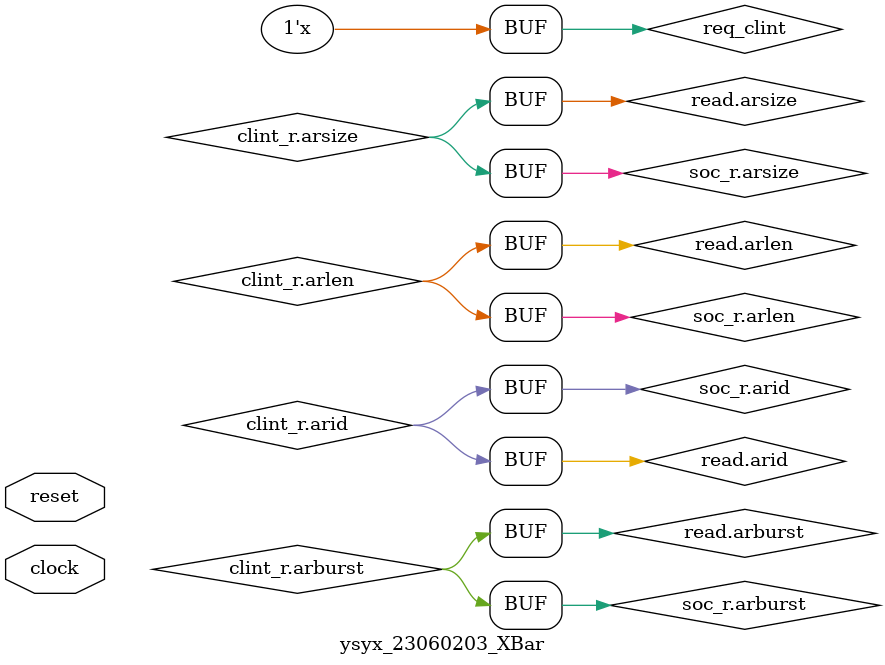
<source format=sv>
module ysyx_23060203_XBar (
  input clock, reset,

  axi_if.in read,
  axi_if.out soc_r,
  axi_if.out clint_r
);

  typedef enum logic [2:0] {
    ST_IDLE  = 3'b001,
    ST_SOC   = 3'b010,
    ST_CLINT = 3'b100
  } state_t;
  wire st_idle  = state[0];
  wire st_soc   = state[1];
  wire st_clint = state[2];

  state_t state, state_next;

  always @(posedge clock) begin
    if (reset) begin
      state <= ST_IDLE;
    end else begin
      state <= state_next;
    end
  end

  wire req_clint;
  `ifdef YSYXSOC
    assign req_clint = (read.araddr[31:16] == 16'h0200);
  `else
    assign req_clint = (read.araddr[31:4] == 28'ha000004);
  `endif

  always_comb begin
    state_next = state;
    if (st_idle) begin
      if (read.arready & read.arvalid) begin
        if (req_clint) begin
          state_next = ST_CLINT;
        end else begin
          state_next = ST_SOC;
        end
      end
    end else begin
      if (read.rready & read.rvalid & read.rlast) begin
        state_next = ST_IDLE;
      end
    end
  end

  // ar channel
  assign read.arready = st_idle & (req_clint ? clint_r.arready : soc_r.arready);
  assign clint_r.arvalid = st_idle & req_clint & read.arvalid;
  assign clint_r.araddr = read.araddr;
  assign clint_r.arid = read.arid;
  assign clint_r.arlen = read.arlen;
  assign clint_r.arsize = read.arsize;
  assign clint_r.arburst = read.arburst;
  assign soc_r.arvalid = st_idle & ~req_clint & read.arvalid;
  assign soc_r.araddr = read.araddr;
  assign soc_r.arid = read.arid;
  assign soc_r.arlen = read.arlen;
  assign soc_r.arsize = read.arsize;
  assign soc_r.arburst = read.arburst;

  // r channel
  assign clint_r.rready = st_clint & read.rready;
  assign soc_r.rready = st_soc & read.rready;
  assign read.rvalid = (st_clint & clint_r.rvalid) | (st_soc & soc_r.rvalid);
  always_comb begin
    if (st_clint) begin
      read.rresp = clint_r.rresp;
      read.rdata = clint_r.rdata;
      read.rlast = clint_r.rlast;
      read.rid = clint_r.rid;
    end else begin
      read.rresp = soc_r.rresp;
      read.rdata = soc_r.rdata;
      read.rlast = soc_r.rlast;
      read.rid = soc_r.rid;
    end
  end

endmodule

</source>
